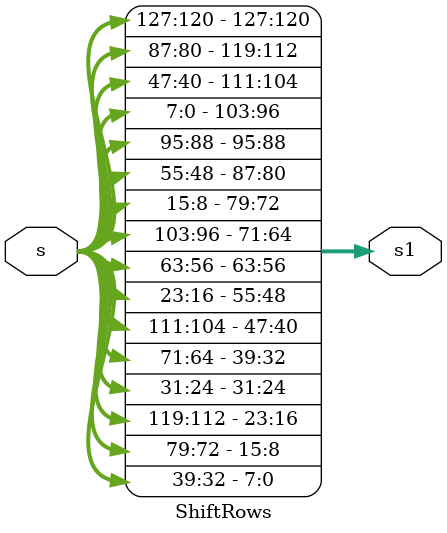
<source format=v>
module ShiftRows(s,s1);
  input wire [127:0] s;
  output wire [127:0] s1;
  assign s1[127:120] = s[127:120];
  assign s1[95:88] = s[95:88];
  assign s1[63:56] = s[63:56];
  assign s1[31:24] = s[31:24];
  
  assign s1[119:112] = s[87:80];
  assign s1[87:80] = s[55:48];
  assign s1[55:48] = s[23:16];
  assign s1[23:16] = s[119:112];
 
  assign s1[111:104] = s[47:40];
  assign s1[79:72] = s[15:8];
  assign s1[47:40] = s[111:104];
  assign s1[15:8] = s[79:72];

  assign s1[103:96] = s[7:0];
  assign s1[71:64] = s[103:96];
  assign s1[39:32] = s[71:64];
  assign s1[7:0] = s[39:32];
  
endmodule

</source>
